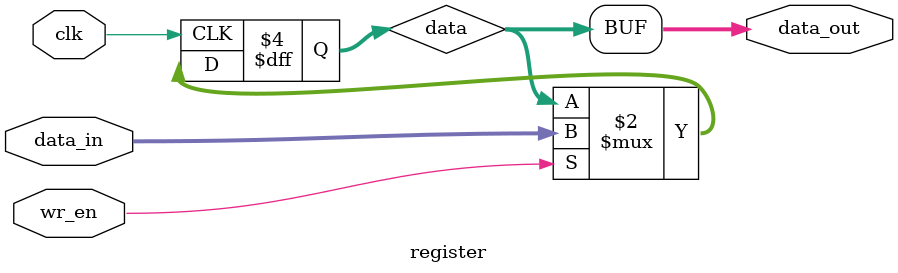
<source format=v>
module register(
    input wire clk,
    input wire wr_en,
    input wire [7:0] data_in,
    output wire [7:0] data_out
    );

    reg [7:0] data;
    
    assign data_out = data;

    always @(posedge clk) begin
        if(wr_en)
            data <= data_in;
    end


endmodule

</source>
